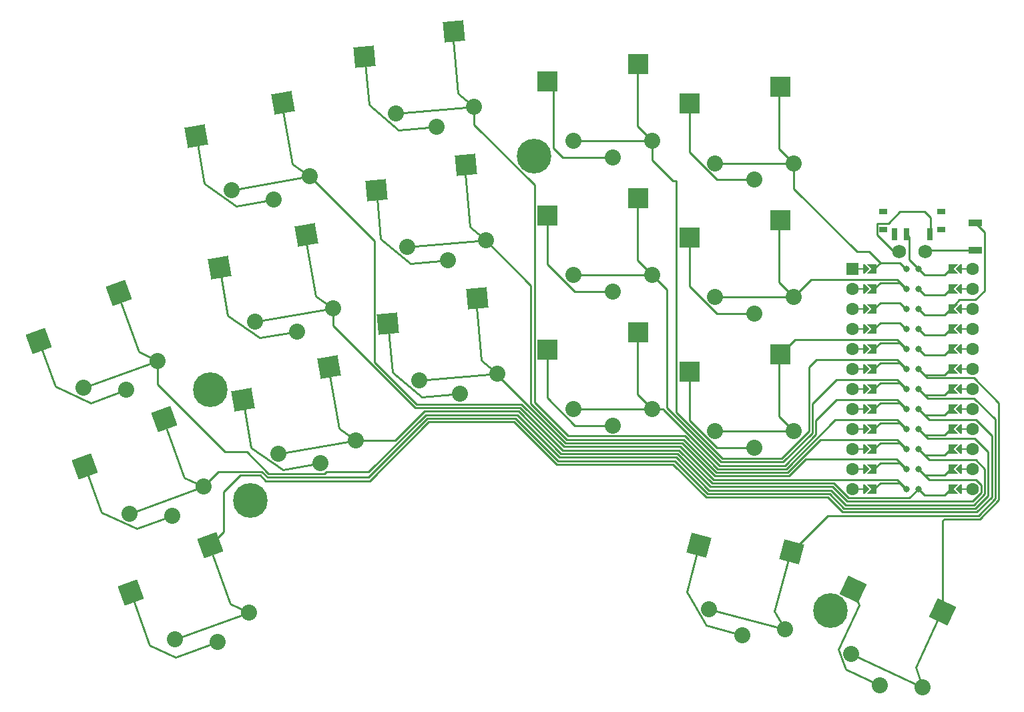
<source format=gbr>
%TF.GenerationSoftware,KiCad,Pcbnew,7.0.2-0*%
%TF.CreationDate,2023-07-16T18:15:17+02:00*%
%TF.ProjectId,lambbt_finished,6c616d62-6274-45f6-9669-6e6973686564,v1.0.0*%
%TF.SameCoordinates,Original*%
%TF.FileFunction,Copper,L1,Top*%
%TF.FilePolarity,Positive*%
%FSLAX46Y46*%
G04 Gerber Fmt 4.6, Leading zero omitted, Abs format (unit mm)*
G04 Created by KiCad (PCBNEW 7.0.2-0) date 2023-07-16 18:15:17*
%MOMM*%
%LPD*%
G01*
G04 APERTURE LIST*
G04 Aperture macros list*
%AMRotRect*
0 Rectangle, with rotation*
0 The origin of the aperture is its center*
0 $1 length*
0 $2 width*
0 $3 Rotation angle, in degrees counterclockwise*
0 Add horizontal line*
21,1,$1,$2,0,0,$3*%
%AMFreePoly0*
4,1,5,0.125000,-0.500000,-0.125000,-0.500000,-0.125000,0.500000,0.125000,0.500000,0.125000,-0.500000,0.125000,-0.500000,$1*%
%AMFreePoly1*
4,1,6,0.600000,0.200000,0.000000,-0.400000,-0.600000,0.200000,-0.600000,0.400000,0.600000,0.400000,0.600000,0.200000,0.600000,0.200000,$1*%
%AMFreePoly2*
4,1,6,0.600000,-0.250000,-0.600000,-0.250000,-0.600000,1.000000,0.000000,0.400000,0.600000,1.000000,0.600000,-0.250000,0.600000,-0.250000,$1*%
G04 Aperture macros list end*
%TA.AperFunction,ComponentPad*%
%ADD10C,1.752600*%
%TD*%
%TA.AperFunction,SMDPad,CuDef*%
%ADD11RotRect,2.600000X2.600000X10.000000*%
%TD*%
%TA.AperFunction,ComponentPad*%
%ADD12C,2.032000*%
%TD*%
%TA.AperFunction,SMDPad,CuDef*%
%ADD13RotRect,2.600000X2.600000X5.000000*%
%TD*%
%TA.AperFunction,SMDPad,CuDef*%
%ADD14R,2.600000X2.600000*%
%TD*%
%TA.AperFunction,ComponentPad*%
%ADD15C,0.700000*%
%TD*%
%TA.AperFunction,ComponentPad*%
%ADD16C,4.400000*%
%TD*%
%TA.AperFunction,SMDPad,CuDef*%
%ADD17RotRect,2.600000X2.600000X20.000000*%
%TD*%
%TA.AperFunction,ComponentPad*%
%ADD18C,1.600000*%
%TD*%
%TA.AperFunction,SMDPad,CuDef*%
%ADD19FreePoly0,270.000000*%
%TD*%
%TA.AperFunction,SMDPad,CuDef*%
%ADD20FreePoly1,270.000000*%
%TD*%
%TA.AperFunction,SMDPad,CuDef*%
%ADD21FreePoly1,90.000000*%
%TD*%
%TA.AperFunction,SMDPad,CuDef*%
%ADD22FreePoly0,90.000000*%
%TD*%
%TA.AperFunction,ComponentPad*%
%ADD23R,1.600000X1.600000*%
%TD*%
%TA.AperFunction,SMDPad,CuDef*%
%ADD24FreePoly2,270.000000*%
%TD*%
%TA.AperFunction,SMDPad,CuDef*%
%ADD25FreePoly2,90.000000*%
%TD*%
%TA.AperFunction,SMDPad,CuDef*%
%ADD26RotRect,2.600000X2.600000X335.000000*%
%TD*%
%TA.AperFunction,SMDPad,CuDef*%
%ADD27RotRect,2.600000X2.600000X345.000000*%
%TD*%
%TA.AperFunction,SMDPad,CuDef*%
%ADD28R,1.700000X0.900000*%
%TD*%
%TA.AperFunction,SMDPad,CuDef*%
%ADD29R,1.000000X0.800000*%
%TD*%
%TA.AperFunction,SMDPad,CuDef*%
%ADD30R,0.700000X1.500000*%
%TD*%
%TA.AperFunction,ViaPad*%
%ADD31C,0.800000*%
%TD*%
%TA.AperFunction,Conductor*%
%ADD32C,0.250000*%
%TD*%
G04 APERTURE END LIST*
D10*
%TO.P,,1*%
%TO.N,pos*%
X240661329Y-109213818D03*
%TO.P,,2*%
%TO.N,GND*%
X243901329Y-109213818D03*
%TD*%
D11*
%TO.P,S6,1*%
%TO.N,P9*%
X162449389Y-90356926D03*
%TO.P,S6,2*%
%TO.N,GND*%
X151456885Y-94529140D03*
%TD*%
D12*
%TO.P,S30,1*%
%TO.N,P2*%
X227281329Y-132013815D03*
X217281329Y-132013815D03*
%TO.P,S30,2*%
%TO.N,GND*%
X222281329Y-134113815D03*
X222281329Y-134113815D03*
%TD*%
%TO.P,S20,1*%
%TO.N,P14*%
X146568397Y-123077969D03*
X137171470Y-126498171D03*
%TO.P,S20,2*%
%TO.N,GND*%
X142588176Y-126761424D03*
X142588176Y-126761424D03*
%TD*%
D13*
%TO.P,S9,1*%
%TO.N,P6*%
X184154962Y-81285457D03*
%TO.P,S9,2*%
%TO.N,GND*%
X172840656Y-84483735D03*
%TD*%
%TO.P,S7,1*%
%TO.N,P8*%
X187118255Y-115156080D03*
%TO.P,S7,2*%
%TO.N,GND*%
X175803949Y-118354358D03*
%TD*%
D14*
%TO.P,S10,1*%
%TO.N,P5*%
X207556329Y-119430484D03*
%TO.P,S10,2*%
%TO.N,GND*%
X196006329Y-121630484D03*
%TD*%
D12*
%TO.P,S29,1*%
%TO.N,P3*%
X209281331Y-95180481D03*
X199281331Y-95180481D03*
%TO.P,S29,2*%
%TO.N,GND*%
X204281331Y-97280481D03*
X204281331Y-97280481D03*
%TD*%
D15*
%TO.P,_5,1*%
%TO.N,N/C*%
X156796183Y-141383842D03*
X156851268Y-140122189D03*
X157649356Y-142314917D03*
X157782343Y-139269016D03*
D16*
X158346676Y-140819509D03*
D15*
X158911009Y-142370002D03*
X159043996Y-139324101D03*
X159842084Y-141516829D03*
X159897169Y-140255176D03*
%TD*%
D14*
%TO.P,S15,1*%
%TO.N,P1*%
X225556330Y-88263820D03*
%TO.P,S15,2*%
%TO.N,GND*%
X214006330Y-90463820D03*
%TD*%
D17*
%TO.P,S1,1*%
%TO.N,P18*%
X153241416Y-146455502D03*
%TO.P,S1,2*%
%TO.N,GND*%
X143140411Y-152473158D03*
%TD*%
D18*
%TO.P,MCU1,*%
%TO.N,*%
X249901329Y-111393816D03*
D19*
X248631329Y-111393816D03*
D20*
X248123329Y-111393816D03*
D21*
X236439329Y-111393816D03*
D22*
X235931329Y-111393816D03*
D18*
X234661329Y-111393816D03*
D23*
X234661329Y-111393816D03*
D18*
X249901329Y-113933816D03*
D19*
X248631329Y-113933816D03*
D20*
X248123329Y-113933816D03*
D21*
X236439329Y-113933816D03*
D22*
X235931329Y-113933816D03*
D18*
X234661329Y-113933816D03*
X249901329Y-116473816D03*
D19*
X248631329Y-116473816D03*
D20*
X248123329Y-116473816D03*
D21*
X236439329Y-116473816D03*
D22*
X235931329Y-116473816D03*
D18*
X234661329Y-116473816D03*
X249901329Y-119013816D03*
D19*
X248631329Y-119013816D03*
D20*
X248123329Y-119013816D03*
D21*
X236439329Y-119013816D03*
D22*
X235931329Y-119013816D03*
D18*
X234661329Y-119013816D03*
X249901329Y-121553816D03*
D19*
X248631329Y-121553816D03*
D20*
X248123329Y-121553816D03*
D21*
X236439329Y-121553816D03*
D22*
X235931329Y-121553816D03*
D18*
X234661329Y-121553816D03*
X249901329Y-124093816D03*
D19*
X248631329Y-124093816D03*
D20*
X248123329Y-124093816D03*
D21*
X236439329Y-124093816D03*
D22*
X235931329Y-124093816D03*
D18*
X234661329Y-124093816D03*
X249901329Y-126633816D03*
D19*
X248631329Y-126633816D03*
D20*
X248123329Y-126633816D03*
D21*
X236439329Y-126633816D03*
D22*
X235931329Y-126633816D03*
D18*
X234661329Y-126633816D03*
X249901329Y-129173816D03*
D19*
X248631329Y-129173816D03*
D20*
X248123329Y-129173816D03*
D21*
X236439329Y-129173816D03*
D22*
X235931329Y-129173816D03*
D18*
X234661329Y-129173816D03*
X249901329Y-131713816D03*
D19*
X248631329Y-131713816D03*
D20*
X248123329Y-131713816D03*
D21*
X236439329Y-131713816D03*
D22*
X235931329Y-131713816D03*
D18*
X234661329Y-131713816D03*
X249901329Y-134253816D03*
D19*
X248631329Y-134253816D03*
D20*
X248123329Y-134253816D03*
D21*
X236439329Y-134253816D03*
D22*
X235931329Y-134253816D03*
D18*
X234661329Y-134253816D03*
X249901329Y-136793816D03*
D19*
X248631329Y-136793816D03*
D20*
X248123329Y-136793816D03*
D21*
X236439329Y-136793816D03*
D22*
X235931329Y-136793816D03*
D18*
X234661329Y-136793816D03*
X249901329Y-139333816D03*
D19*
X248631329Y-139333816D03*
D20*
X248123329Y-139333816D03*
D21*
X236439329Y-139333816D03*
D22*
X235931329Y-139333816D03*
D18*
X234661329Y-139333816D03*
D24*
%TO.P,MCU1,1*%
%TO.N,RAW*%
X247107329Y-111393816D03*
%TO.P,MCU1,2*%
%TO.N,GND*%
X247107329Y-113933816D03*
%TO.P,MCU1,3*%
%TO.N,RST*%
X247107329Y-116473816D03*
%TO.P,MCU1,4*%
%TO.N,VCC*%
X247107329Y-119013816D03*
%TO.P,MCU1,5*%
%TO.N,P21*%
X247107329Y-121553816D03*
%TO.P,MCU1,6*%
%TO.N,P20*%
X247107329Y-124093816D03*
%TO.P,MCU1,7*%
%TO.N,P19*%
X247107329Y-126633816D03*
%TO.P,MCU1,8*%
%TO.N,P18*%
X247107329Y-129173816D03*
%TO.P,MCU1,9*%
%TO.N,P15*%
X247107329Y-131713816D03*
%TO.P,MCU1,10*%
%TO.N,P14*%
X247107329Y-134253816D03*
%TO.P,MCU1,11*%
%TO.N,P16*%
X247107329Y-136793816D03*
%TO.P,MCU1,12*%
%TO.N,P10*%
X247107329Y-139333816D03*
D25*
%TO.P,MCU1,13*%
%TO.N,P9*%
X237455329Y-139333816D03*
%TO.P,MCU1,14*%
%TO.N,P8*%
X237455329Y-136793816D03*
%TO.P,MCU1,15*%
%TO.N,P7*%
X237455329Y-134253816D03*
%TO.P,MCU1,16*%
%TO.N,P6*%
X237455329Y-131713816D03*
%TO.P,MCU1,17*%
%TO.N,P5*%
X237455329Y-129173816D03*
%TO.P,MCU1,18*%
%TO.N,P4*%
X237455329Y-126633816D03*
%TO.P,MCU1,19*%
%TO.N,P3*%
X237455329Y-124093816D03*
%TO.P,MCU1,20*%
%TO.N,P2*%
X237455329Y-121553816D03*
%TO.P,MCU1,21*%
%TO.N,GND*%
X237455329Y-119013816D03*
%TO.P,MCU1,22*%
X237455329Y-116473816D03*
%TO.P,MCU1,23*%
%TO.N,P0*%
X237455329Y-113933816D03*
%TO.P,MCU1,24*%
%TO.N,P1*%
X237455329Y-111393816D03*
%TD*%
D14*
%TO.P,S14,1*%
%TO.N,P0*%
X225556329Y-105263815D03*
%TO.P,S14,2*%
%TO.N,GND*%
X214006329Y-107463815D03*
%TD*%
D15*
%TO.P,_7,1*%
%TO.N,N/C*%
X230346806Y-154374956D03*
X231115584Y-153373065D03*
X230511642Y-155627007D03*
X232367635Y-153208229D03*
D16*
X231940584Y-154802007D03*
D15*
X231513533Y-156395785D03*
X233369526Y-153977007D03*
X232765584Y-156230949D03*
X233534362Y-155229058D03*
%TD*%
D12*
%TO.P,S18,1*%
%TO.N,P18*%
X158197083Y-155027520D03*
X148800156Y-158447722D03*
%TO.P,S18,2*%
%TO.N,GND*%
X154216862Y-158710975D03*
X154216862Y-158710975D03*
%TD*%
D15*
%TO.P,_6,1*%
%TO.N,N/C*%
X192631331Y-97080482D03*
X193114605Y-95913756D03*
X193114605Y-98247208D03*
X194281331Y-95430482D03*
D16*
X194281331Y-97080482D03*
D15*
X194281331Y-98730482D03*
X195448057Y-95913756D03*
X195448057Y-98247208D03*
X195931331Y-97080482D03*
%TD*%
D26*
%TO.P,S17,1*%
%TO.N,P20*%
X246170261Y-154904664D03*
%TO.P,S17,2*%
%TO.N,GND*%
X234772646Y-152017301D03*
%TD*%
D12*
%TO.P,S33,1*%
%TO.N,P19*%
X226127448Y-157178427D03*
X216468189Y-154590237D03*
%TO.P,S33,2*%
%TO.N,GND*%
X220754299Y-157912776D03*
X220754299Y-157912776D03*
%TD*%
D27*
%TO.P,S16,1*%
%TO.N,P19*%
X226984711Y-147314188D03*
%TO.P,S16,2*%
%TO.N,GND*%
X215258866Y-146449865D03*
%TD*%
D12*
%TO.P,S27,1*%
%TO.N,P5*%
X209281329Y-129180484D03*
X199281329Y-129180484D03*
%TO.P,S27,2*%
%TO.N,GND*%
X204281329Y-131280484D03*
X204281329Y-131280484D03*
%TD*%
D11*
%TO.P,S5,1*%
%TO.N,P10*%
X165401409Y-107098657D03*
%TO.P,S5,2*%
%TO.N,GND*%
X154408905Y-111270871D03*
%TD*%
D14*
%TO.P,S13,1*%
%TO.N,P2*%
X225556329Y-122263815D03*
%TO.P,S13,2*%
%TO.N,GND*%
X214006329Y-124463815D03*
%TD*%
D17*
%TO.P,S2,1*%
%TO.N,P15*%
X147427073Y-130480726D03*
%TO.P,S2,2*%
%TO.N,GND*%
X137326068Y-136498382D03*
%TD*%
D11*
%TO.P,S4,1*%
%TO.N,P16*%
X168353426Y-123840390D03*
%TO.P,S4,2*%
%TO.N,GND*%
X157360922Y-128012604D03*
%TD*%
D12*
%TO.P,S24,1*%
%TO.N,P8*%
X189686459Y-124718635D03*
X179724512Y-125590193D03*
%TO.P,S24,2*%
%TO.N,GND*%
X184888513Y-127246423D03*
X184888513Y-127246423D03*
%TD*%
%TO.P,S23,1*%
%TO.N,P9*%
X165841252Y-99659259D03*
X155993174Y-101395740D03*
%TO.P,S23,2*%
%TO.N,GND*%
X161281874Y-102595596D03*
X161281874Y-102595596D03*
%TD*%
%TO.P,S34,1*%
%TO.N,P20*%
X243613114Y-164470182D03*
X234550036Y-160243999D03*
%TO.P,S34,2*%
%TO.N,GND*%
X238194076Y-164260337D03*
X238194076Y-164260337D03*
%TD*%
D28*
%TO.P,,1*%
%TO.N,RST*%
X250281330Y-105613817D03*
%TO.P,,2*%
%TO.N,GND*%
X250281330Y-109013817D03*
%TD*%
D12*
%TO.P,S21,1*%
%TO.N,P16*%
X171745289Y-133142723D03*
X161897211Y-134879204D03*
%TO.P,S21,2*%
%TO.N,GND*%
X167185911Y-136079060D03*
X167185911Y-136079060D03*
%TD*%
D15*
%TO.P,_4,1*%
%TO.N,N/C*%
X151665882Y-127288452D03*
X151720967Y-126026799D03*
X152519055Y-128219527D03*
X152652042Y-125173626D03*
D16*
X153216375Y-126724119D03*
D15*
X153780708Y-128274612D03*
X153913695Y-125228711D03*
X154711783Y-127421439D03*
X154766868Y-126159786D03*
%TD*%
D12*
%TO.P,S31,1*%
%TO.N,P0*%
X227281329Y-115013815D03*
X217281329Y-115013815D03*
%TO.P,S31,2*%
%TO.N,GND*%
X222281329Y-117113815D03*
X222281329Y-117113815D03*
%TD*%
%TO.P,S26,1*%
%TO.N,P6*%
X186723166Y-90848012D03*
X176761219Y-91719570D03*
%TO.P,S26,2*%
%TO.N,GND*%
X181925220Y-93375800D03*
X181925220Y-93375800D03*
%TD*%
%TO.P,S22,1*%
%TO.N,P10*%
X168793272Y-116400990D03*
X158945194Y-118137471D03*
%TO.P,S22,2*%
%TO.N,GND*%
X164233894Y-119337327D03*
X164233894Y-119337327D03*
%TD*%
D14*
%TO.P,S12,1*%
%TO.N,P3*%
X207556331Y-85430481D03*
%TO.P,S12,2*%
%TO.N,GND*%
X196006331Y-87630481D03*
%TD*%
D12*
%TO.P,S25,1*%
%TO.N,P7*%
X188204813Y-107783325D03*
X178242866Y-108654883D03*
%TO.P,S25,2*%
%TO.N,GND*%
X183406867Y-110311113D03*
X183406867Y-110311113D03*
%TD*%
D13*
%TO.P,S8,1*%
%TO.N,P7*%
X185636609Y-98220770D03*
%TO.P,S8,2*%
%TO.N,GND*%
X174322303Y-101419048D03*
%TD*%
D12*
%TO.P,S28,1*%
%TO.N,P4*%
X209281328Y-112180481D03*
X199281328Y-112180481D03*
%TO.P,S28,2*%
%TO.N,GND*%
X204281328Y-114280481D03*
X204281328Y-114280481D03*
%TD*%
%TO.P,S32,1*%
%TO.N,P1*%
X227281330Y-98013820D03*
X217281330Y-98013820D03*
%TO.P,S32,2*%
%TO.N,GND*%
X222281330Y-100113820D03*
X222281330Y-100113820D03*
%TD*%
%TO.P,S19,1*%
%TO.N,P15*%
X152382740Y-139052744D03*
X142985813Y-142472946D03*
%TO.P,S19,2*%
%TO.N,GND*%
X148402519Y-142736199D03*
X148402519Y-142736199D03*
%TD*%
D14*
%TO.P,S11,1*%
%TO.N,P4*%
X207556328Y-102430481D03*
%TO.P,S11,2*%
%TO.N,GND*%
X196006328Y-104630481D03*
%TD*%
D17*
%TO.P,S3,1*%
%TO.N,P14*%
X141612730Y-114505951D03*
%TO.P,S3,2*%
%TO.N,GND*%
X131511725Y-120523607D03*
%TD*%
D29*
%TO.P,,*%
%TO.N,*%
X245931331Y-106383818D03*
X245931331Y-104173818D03*
X238631331Y-106383818D03*
X238631331Y-104173818D03*
D30*
%TO.P,,1*%
%TO.N,pos*%
X244531331Y-107033818D03*
%TO.P,,2*%
%TO.N,RAW*%
X241531331Y-107033818D03*
%TO.P,,3*%
%TO.N,N/C*%
X240031331Y-107033818D03*
%TD*%
D31*
%TO.N,P18*%
X243043330Y-129173816D03*
%TO.N,GND*%
X243043329Y-113933815D03*
X241519330Y-119013813D03*
X241519330Y-116473817D03*
%TO.N,P15*%
X243043328Y-131713817D03*
%TO.N,P14*%
X243043329Y-134253815D03*
%TO.N,P16*%
X243043329Y-136793816D03*
%TO.N,P10*%
X243043328Y-139333816D03*
%TO.N,P9*%
X241519330Y-139333814D03*
%TO.N,P8*%
X241519327Y-136793817D03*
%TO.N,P7*%
X241519330Y-134253814D03*
%TO.N,P6*%
X241519331Y-131713815D03*
%TO.N,P5*%
X241519328Y-129173815D03*
%TO.N,P4*%
X241519329Y-126633817D03*
%TO.N,P3*%
X241519331Y-124093812D03*
%TO.N,P2*%
X241519330Y-121553817D03*
%TO.N,P0*%
X241519329Y-113933815D03*
%TO.N,P1*%
X241519327Y-111393818D03*
%TO.N,P19*%
X243043329Y-126633815D03*
%TO.N,P20*%
X243043330Y-124093817D03*
%TO.N,RAW*%
X243043330Y-111393813D03*
%TO.N,RST*%
X243043330Y-116473814D03*
%TO.N,VCC*%
X243043331Y-119013814D03*
%TO.N,P21*%
X243043326Y-121553814D03*
%TD*%
D32*
%TO.N,P0*%
X240747427Y-113180039D02*
X238215427Y-113180038D01*
%TO.N,P18*%
X191786255Y-130837423D02*
X197170316Y-136221484D01*
X243809329Y-129939813D02*
X246341329Y-129939816D01*
X160308828Y-138320060D02*
X173469128Y-138320060D01*
X216139115Y-140404815D02*
X231595753Y-140404815D01*
X159598768Y-137610000D02*
X160308828Y-138320060D01*
X197170316Y-136221484D02*
X211955784Y-136221484D01*
X155793872Y-153906885D02*
X158197083Y-155027521D01*
X153241416Y-146455502D02*
X154940000Y-144756918D01*
X233449754Y-142258816D02*
X250476508Y-142258816D01*
X173469128Y-138320060D02*
X180951765Y-130837423D01*
X250367320Y-130588816D02*
X244458332Y-130588816D01*
X243043330Y-129173816D02*
X243809329Y-129939813D01*
X153151766Y-146647759D02*
X155793872Y-153906885D01*
X153241416Y-146455502D02*
X153151766Y-146647759D01*
X158197083Y-155027521D02*
X148800157Y-158447722D01*
X244458332Y-130588816D02*
X243043330Y-129173816D01*
X250476508Y-142258816D02*
X252376329Y-140358995D01*
X211955784Y-136221484D02*
X216139115Y-140404815D01*
X252376329Y-132597825D02*
X250367320Y-130588816D01*
X157030000Y-137610000D02*
X159598768Y-137610000D01*
X246341329Y-129939816D02*
X247107329Y-129173815D01*
X252376329Y-140358995D02*
X252376329Y-132597825D01*
X180951765Y-130837423D02*
X191786255Y-130837423D01*
X154940000Y-144756918D02*
X154940000Y-139700000D01*
X231595753Y-140404815D02*
X233449754Y-142258816D01*
X154940000Y-139700000D02*
X157030000Y-137610000D01*
%TO.N,GND*%
X138080978Y-128401911D02*
X142588177Y-126761424D01*
X157360925Y-128012603D02*
X158432586Y-134090306D01*
X151456884Y-94529140D02*
X152528548Y-100606843D01*
X235521930Y-154075942D02*
X232913758Y-159669183D01*
X213661574Y-152411039D02*
X216121273Y-156671363D01*
X145576199Y-159165431D02*
X148816667Y-160676486D01*
X233847006Y-162233267D02*
X238194075Y-164260337D01*
X241513429Y-119026036D02*
X240747427Y-118260037D01*
X199484868Y-131280483D02*
X204281330Y-131280484D01*
X217484868Y-134113816D02*
X222281330Y-134113815D01*
X173378534Y-90631712D02*
X177147011Y-93793839D01*
X154408905Y-111270872D02*
X155480569Y-117348574D01*
X172840655Y-84483736D02*
X173378534Y-90631712D01*
X196006329Y-121630484D02*
X196006330Y-127801945D01*
X240747427Y-118260037D02*
X238215430Y-118260038D01*
X214006329Y-90463820D02*
X214006332Y-96635279D01*
X162462322Y-136911957D02*
X167185914Y-136079060D01*
X197974348Y-97280483D02*
X204281330Y-97280481D01*
X215258868Y-146449864D02*
X213661574Y-152411039D01*
X131511726Y-120523608D02*
X133622489Y-126322884D01*
X238215428Y-115720035D02*
X237449427Y-116486039D01*
X243809331Y-114699815D02*
X246341331Y-114699812D01*
X148816667Y-160676486D02*
X154216862Y-158710975D01*
X241513429Y-116486037D02*
X240747428Y-115720037D01*
X196806329Y-88430480D02*
X196806331Y-96112463D01*
X217484870Y-100113818D02*
X222281332Y-100113818D01*
X174860180Y-107567025D02*
X178628656Y-110729151D01*
X158432586Y-134090306D02*
X162462322Y-136911957D01*
X178628656Y-110729151D02*
X183406866Y-110311112D01*
X143140411Y-152473158D02*
X145576199Y-159165431D01*
X156558282Y-103428494D02*
X161281874Y-102595596D01*
X243043329Y-113933815D02*
X243809331Y-114699815D01*
X152528548Y-100606843D02*
X156558282Y-103428494D01*
X196006327Y-104630482D02*
X196006329Y-110801941D01*
X176341827Y-124502333D02*
X180110303Y-127664461D01*
X234772647Y-152017303D02*
X235521930Y-154075942D01*
X217484869Y-117113816D02*
X222281328Y-117113816D01*
X175803948Y-118354356D02*
X176341827Y-124502333D01*
X143895318Y-144376686D02*
X148402517Y-142736201D01*
X240747428Y-115720037D02*
X238215428Y-115720035D01*
X196006330Y-127801945D02*
X199484868Y-131280483D01*
X139436832Y-142297658D02*
X143895318Y-144376686D01*
X244101330Y-109013817D02*
X243901329Y-109213818D01*
X214006332Y-96635279D02*
X217484870Y-100113818D01*
X214006329Y-113635279D02*
X217484869Y-117113816D01*
X159510302Y-120170224D02*
X164233894Y-119337327D01*
X196806331Y-96112463D02*
X197974348Y-97280483D01*
X246341331Y-114699812D02*
X247107330Y-113933815D01*
X214006327Y-124463814D02*
X214006331Y-130635276D01*
X133622489Y-126322884D02*
X138080978Y-128401911D01*
X250281330Y-109013817D02*
X244101330Y-109013817D01*
X214006329Y-107463816D02*
X214006329Y-113635279D01*
X174322301Y-101419048D02*
X174860180Y-107567025D01*
X196006330Y-87630480D02*
X196806329Y-88430480D01*
X155480569Y-117348574D02*
X159510302Y-120170224D01*
X199484867Y-114280480D02*
X204281329Y-114280481D01*
X216121273Y-156671363D02*
X220754299Y-157912778D01*
X214006331Y-130635276D02*
X217484868Y-134113816D01*
X196006329Y-110801941D02*
X199484867Y-114280480D01*
X238215430Y-118260038D02*
X237449429Y-119026036D01*
X232913758Y-159669183D02*
X233847006Y-162233267D01*
X177147011Y-93793839D02*
X181925220Y-93375799D01*
X137326066Y-136498382D02*
X139436832Y-142297658D01*
X180110303Y-127664461D02*
X184888512Y-127246421D01*
%TO.N,P15*%
X243043328Y-131713817D02*
X243809331Y-132479816D01*
X149979527Y-137932109D02*
X152382738Y-139052744D01*
X233636150Y-141808816D02*
X250290112Y-141808816D01*
X231782149Y-139954815D02*
X233636150Y-141808816D01*
X251926329Y-134620000D02*
X251858504Y-134620000D01*
X250188236Y-132949732D02*
X244279243Y-132949732D01*
X152382738Y-139052744D02*
X142985813Y-142472945D01*
X244279243Y-132949732D02*
X243043328Y-131713817D01*
X251926329Y-140172599D02*
X251926329Y-134620000D01*
X191972651Y-130387423D02*
X197356712Y-135771484D01*
X246341327Y-132479817D02*
X247107329Y-131713815D01*
X173282732Y-137870060D02*
X180765369Y-130387423D01*
X154275484Y-137160000D02*
X159785164Y-137160000D01*
X147337422Y-130672983D02*
X149979527Y-137932109D01*
X197356712Y-135771484D02*
X212142180Y-135771484D01*
X243809331Y-132479816D02*
X246341327Y-132479817D01*
X159785164Y-137160000D02*
X160495224Y-137870060D01*
X251858504Y-134620000D02*
X250188236Y-132949732D01*
X160495224Y-137870060D02*
X173282732Y-137870060D01*
X180765369Y-130387423D02*
X191972651Y-130387423D01*
X212142180Y-135771484D02*
X216325511Y-139954815D01*
X250290112Y-141808816D02*
X251926329Y-140172599D01*
X152382740Y-139052744D02*
X154275484Y-137160000D01*
X216325511Y-139954815D02*
X231782149Y-139954815D01*
X147427073Y-130480726D02*
X147337422Y-130672983D01*
%TO.N,P14*%
X166597877Y-137387487D02*
X166630450Y-137420060D01*
X167741372Y-137420060D02*
X168001432Y-137160000D01*
X146568397Y-126074324D02*
X155114073Y-134620000D01*
X192159047Y-129937423D02*
X197543108Y-135321484D01*
X180578973Y-129937423D02*
X192159047Y-129937423D01*
X168001432Y-137160000D02*
X173356396Y-137160000D01*
X231968545Y-139504815D02*
X233822546Y-141358816D01*
X173356396Y-137160000D02*
X180578973Y-129937423D01*
X244458330Y-135668816D02*
X243043329Y-134253815D01*
X141612731Y-114505951D02*
X141523080Y-114698208D01*
X197543108Y-135321484D02*
X212328576Y-135321484D01*
X251476329Y-139986203D02*
X251476329Y-136777825D01*
X233822546Y-141358816D02*
X250103716Y-141358816D01*
X246341331Y-135019815D02*
X247107329Y-134253813D01*
X250103716Y-141358816D02*
X251476329Y-139986203D01*
X144165186Y-121957334D02*
X146568397Y-123077970D01*
X155114073Y-134620000D02*
X157881560Y-134620000D01*
X157881560Y-134620000D02*
X160649047Y-137387487D01*
X243809331Y-135019815D02*
X246341331Y-135019815D01*
X251476329Y-136777825D02*
X250367320Y-135668816D01*
X212328576Y-135321484D02*
X216511907Y-139504815D01*
X243043329Y-134253815D02*
X243809331Y-135019815D01*
X146568397Y-123077970D02*
X137171470Y-126498171D01*
X146568397Y-123077969D02*
X146568397Y-126074324D01*
X160649047Y-137387487D02*
X166597877Y-137387487D01*
X141523080Y-114698208D02*
X144165186Y-121957334D01*
X250367320Y-135668816D02*
X244458330Y-135668816D01*
X166630450Y-137420060D02*
X167741372Y-137420060D01*
X216511907Y-139504815D02*
X231968545Y-139504815D01*
%TO.N,P16*%
X169573186Y-131621798D02*
X171745291Y-133142723D01*
X234008942Y-140908816D02*
X249917320Y-140908816D01*
X171745291Y-133142723D02*
X161897213Y-134879205D01*
X180392577Y-129487423D02*
X192345443Y-129487423D01*
X249917320Y-140908816D02*
X251026329Y-139799807D01*
X197729504Y-134871484D02*
X212514972Y-134871484D01*
X251026329Y-139799807D02*
X251026329Y-138867825D01*
X168231753Y-124014158D02*
X169573186Y-131621798D01*
X176737277Y-133142723D02*
X180392577Y-129487423D01*
X168353428Y-123840389D02*
X168231753Y-124014158D01*
X243809333Y-137559812D02*
X246341330Y-137559814D01*
X244458329Y-138208816D02*
X243043329Y-136793816D01*
X232154941Y-139054815D02*
X234008942Y-140908816D01*
X216698303Y-139054815D02*
X232154941Y-139054815D01*
X192345443Y-129487423D02*
X197729504Y-134871484D01*
X243043329Y-136793816D02*
X243809333Y-137559812D01*
X171745289Y-133142723D02*
X176737277Y-133142723D01*
X250367320Y-138208816D02*
X244458329Y-138208816D01*
X246341330Y-137559814D02*
X247107331Y-136793816D01*
X251026329Y-138867825D02*
X250367320Y-138208816D01*
X212514972Y-134871484D02*
X216698303Y-139054815D01*
%TO.N,P10*%
X168793272Y-118629668D02*
X179201027Y-129037423D01*
X166621168Y-114880065D02*
X168793273Y-116400989D01*
X197915900Y-134421484D02*
X212701368Y-134421484D01*
X234195338Y-140458816D02*
X241918328Y-140458816D01*
X165401411Y-107098657D02*
X165279736Y-107272426D01*
X216884699Y-138604815D02*
X232341337Y-138604815D01*
X168793272Y-116400990D02*
X168793272Y-118629668D01*
X179201027Y-129037423D02*
X192531839Y-129037423D01*
X212701368Y-134421484D02*
X216884699Y-138604815D01*
X241918328Y-140458816D02*
X243043328Y-139333816D01*
X243043328Y-139333816D02*
X243809329Y-140099811D01*
X165279736Y-107272426D02*
X166621168Y-114880065D01*
X243809329Y-140099811D02*
X246341332Y-140099819D01*
X246341332Y-140099819D02*
X247107331Y-139333814D01*
X232341337Y-138604815D02*
X234195338Y-140458816D01*
X168793273Y-116400989D02*
X158945195Y-118137472D01*
X192531839Y-129037423D02*
X197915900Y-134421484D01*
%TO.N,P9*%
X163669146Y-98138334D02*
X165841251Y-99659259D01*
X174070593Y-123270593D02*
X179387423Y-128587423D01*
X217071095Y-138154815D02*
X240340331Y-138154815D01*
X198102296Y-133971484D02*
X212887764Y-133971484D01*
X174070593Y-107888600D02*
X174070593Y-123270593D01*
X162449388Y-90356927D02*
X162327714Y-90530694D01*
X240747429Y-138580033D02*
X238215428Y-138580035D01*
X165841251Y-99659259D02*
X155993173Y-101395742D01*
X212887764Y-133971484D02*
X217071095Y-138154815D01*
X192718235Y-128587423D02*
X198102296Y-133971484D01*
X162327714Y-90530694D02*
X163669146Y-98138334D01*
X165841252Y-99659259D02*
X174070593Y-107888600D01*
X241513427Y-139346038D02*
X240747429Y-138580033D01*
X179387423Y-128587423D02*
X192718235Y-128587423D01*
X240340331Y-138154815D02*
X241519330Y-139333814D01*
X238215428Y-138580035D02*
X237449427Y-139346038D01*
%TO.N,P8*%
X189686459Y-124718635D02*
X189686459Y-124919251D01*
X238215428Y-136040037D02*
X237449428Y-136806034D01*
X228782188Y-135591397D02*
X240316907Y-135591397D01*
X213074160Y-133521484D02*
X217257491Y-137704815D01*
X186981899Y-115318582D02*
X187655177Y-123014186D01*
X240316907Y-135591397D02*
X241519327Y-136793817D01*
X187118255Y-115156080D02*
X186981899Y-115318582D01*
X189686459Y-124718634D02*
X179724512Y-125590192D01*
X189686459Y-124919251D02*
X198288692Y-133521484D01*
X241513428Y-136806037D02*
X240747429Y-136040038D01*
X226668770Y-137704815D02*
X228782188Y-135591397D01*
X217257491Y-137704815D02*
X226668770Y-137704815D01*
X240747429Y-136040038D02*
X238215428Y-136040037D01*
X187655177Y-123014186D02*
X189686459Y-124718634D01*
X198288692Y-133521484D02*
X213074160Y-133521484D01*
%TO.N,P7*%
X185500253Y-98383273D02*
X186173530Y-106078877D01*
X188204812Y-107783325D02*
X178242864Y-108654883D01*
X240384265Y-133118749D02*
X241519330Y-134253814D01*
X240747429Y-133500037D02*
X238215428Y-133500036D01*
X213260556Y-133071484D02*
X217443887Y-137254815D01*
X186173530Y-106078877D02*
X188204812Y-107783325D01*
X185636607Y-98220771D02*
X185500253Y-98383273D01*
X193931329Y-113509841D02*
X193931329Y-128527725D01*
X217443887Y-137254815D02*
X226482374Y-137254815D01*
X226482374Y-137254815D02*
X230618440Y-133118749D01*
X198475088Y-133071484D02*
X213260556Y-133071484D01*
X241513429Y-134266034D02*
X240747429Y-133500037D01*
X193931329Y-128527725D02*
X198475088Y-133071484D01*
X238215428Y-133500036D02*
X237449428Y-134266036D01*
X188204813Y-107783325D02*
X193931329Y-113509841D01*
X230618440Y-133118749D02*
X240384265Y-133118749D01*
%TO.N,P6*%
X241513432Y-131726036D02*
X240747428Y-130960035D01*
X184154962Y-81285459D02*
X184018606Y-81447962D01*
X226295978Y-136804815D02*
X232511977Y-130588816D01*
X194381329Y-128341329D02*
X198661484Y-132621484D01*
X186723167Y-90848013D02*
X176761219Y-91719571D01*
X217630283Y-136804815D02*
X226295978Y-136804815D01*
X232511977Y-130588816D02*
X240394332Y-130588816D01*
X238215427Y-130960035D02*
X237449429Y-131726038D01*
X186723166Y-90848012D02*
X186723166Y-93093207D01*
X198661484Y-132621484D02*
X213446952Y-132621484D01*
X240747428Y-130960035D02*
X238215427Y-130960035D01*
X194381329Y-100751370D02*
X194381329Y-128341329D01*
X184691884Y-89143565D02*
X186723167Y-90848013D01*
X184018606Y-81447962D02*
X184691884Y-89143565D01*
X186723166Y-93093207D02*
X194381329Y-100751370D01*
X240394332Y-130588816D02*
X241519331Y-131713815D01*
X213446952Y-132621484D02*
X217630283Y-136804815D01*
%TO.N,P5*%
X210706329Y-129180484D02*
X210706329Y-129244465D01*
X210706329Y-129244465D02*
X217816679Y-136354815D01*
X238215429Y-128420039D02*
X237449427Y-129186035D01*
X232640768Y-128039232D02*
X240384745Y-128039232D01*
X207406330Y-119580483D02*
X207406329Y-127305483D01*
X240747426Y-128420039D02*
X238215429Y-128420039D01*
X209281329Y-129180484D02*
X210706329Y-129180484D01*
X207556329Y-119430484D02*
X207406330Y-119580483D01*
X226109582Y-136354815D02*
X230056329Y-132408068D01*
X240384745Y-128039232D02*
X241519328Y-129173815D01*
X230056329Y-130623671D02*
X232640768Y-128039232D01*
X207406329Y-127305483D02*
X209281329Y-129180483D01*
X209281329Y-129180483D02*
X199281329Y-129180483D01*
X230056329Y-132408068D02*
X230056329Y-130623671D01*
X217816679Y-136354815D02*
X226109582Y-136354815D01*
X241513430Y-129186036D02*
X240747426Y-128420039D01*
%TO.N,P4*%
X211156329Y-114055482D02*
X211156329Y-129058069D01*
X225923186Y-135904815D02*
X229606329Y-132221672D01*
X218003075Y-135904815D02*
X225923186Y-135904815D01*
X207406329Y-102580480D02*
X207406328Y-110305482D01*
X238215429Y-125880035D02*
X237449431Y-126646036D01*
X209281328Y-112180481D02*
X211156329Y-114055482D01*
X229606329Y-132221672D02*
X229606329Y-128533671D01*
X211156329Y-129058069D02*
X218003075Y-135904815D01*
X229606329Y-128533671D02*
X232631184Y-125508816D01*
X241513428Y-126646036D02*
X240747429Y-125880038D01*
X240747429Y-125880038D02*
X238215429Y-125880035D01*
X232631184Y-125508816D02*
X240394328Y-125508816D01*
X209281328Y-112180480D02*
X199281328Y-112180481D01*
X207406328Y-110305482D02*
X209281328Y-112180480D01*
X207556328Y-102430481D02*
X207406329Y-102580480D01*
X240394328Y-125508816D02*
X241519329Y-126633817D01*
%TO.N,P3*%
X238215431Y-123340036D02*
X237449426Y-124106037D01*
X211898246Y-100237821D02*
X212381329Y-100237821D01*
X209281331Y-95180481D02*
X209281331Y-97620906D01*
X229156329Y-123903671D02*
X230105745Y-122954255D01*
X209281331Y-95180482D02*
X199281331Y-95180480D01*
X207556331Y-85430481D02*
X207406330Y-85580481D01*
X207406331Y-93305480D02*
X209281331Y-95180482D01*
X240379774Y-122954255D02*
X241519331Y-124093812D01*
X209281331Y-97620906D02*
X211898246Y-100237821D01*
X212381329Y-100237821D02*
X212381329Y-129646673D01*
X241513430Y-124106037D02*
X240747429Y-123340036D01*
X229156329Y-132035276D02*
X229156329Y-123903671D01*
X212381329Y-129646673D02*
X218189471Y-135454815D01*
X230105745Y-122954255D02*
X240379774Y-122954255D01*
X225736790Y-135454815D02*
X229156329Y-132035276D01*
X240747429Y-123340036D02*
X238215431Y-123340036D01*
X207406330Y-85580481D02*
X207406331Y-93305480D01*
X218189471Y-135454815D02*
X225736790Y-135454815D01*
%TO.N,P2*%
X241513428Y-121566039D02*
X240747431Y-120800036D01*
X240394329Y-120428816D02*
X241519330Y-121553817D01*
X238215428Y-120800037D02*
X237449430Y-121566037D01*
X225556329Y-122263815D02*
X227391328Y-120428816D01*
X227391328Y-120428816D02*
X240394329Y-120428816D01*
X240747431Y-120800036D02*
X238215428Y-120800037D01*
X225406330Y-122413817D02*
X225406328Y-130138815D01*
X225406328Y-130138815D02*
X227281329Y-132013817D01*
X227281329Y-132013817D02*
X217281330Y-132013814D01*
X225556329Y-122263814D02*
X225406330Y-122413817D01*
%TO.N,P0*%
X225406329Y-113138817D02*
X227281330Y-115013816D01*
X241513428Y-113946033D02*
X240747427Y-113180039D01*
X229486328Y-112808816D02*
X240394330Y-112808816D01*
X240394330Y-112808816D02*
X241519329Y-113933815D01*
X227281330Y-115013816D02*
X217281330Y-115013816D01*
X227281329Y-115013815D02*
X229486328Y-112808816D01*
X225406329Y-105413817D02*
X225406329Y-113138817D01*
X238215427Y-113180038D02*
X237449430Y-113946035D01*
X225556329Y-105263816D02*
X225406329Y-105413817D01*
%TO.N,P1*%
X236795395Y-109220000D02*
X238215429Y-110640034D01*
X235281513Y-109220000D02*
X236795395Y-109220000D01*
X227281330Y-101219817D02*
X235281513Y-109220000D01*
X241513431Y-111406035D02*
X240747426Y-110640033D01*
X225406331Y-96138820D02*
X227281331Y-98013818D01*
X240747426Y-110640033D02*
X238215429Y-110640034D01*
X238215429Y-110640034D02*
X237449427Y-111406037D01*
X227281330Y-98013820D02*
X227281330Y-101219817D01*
X225556331Y-88263818D02*
X225406332Y-88413818D01*
X225406332Y-88413818D02*
X225406331Y-96138820D01*
X227281331Y-98013818D02*
X217281331Y-98013819D01*
%TO.N,P19*%
X246341333Y-127399816D02*
X247107330Y-126633816D01*
X252826329Y-130507825D02*
X250147588Y-127829084D01*
X250147588Y-127829084D02*
X244238598Y-127829084D01*
X243809329Y-127399816D02*
X246341333Y-127399816D01*
X244238598Y-127829084D02*
X243043329Y-126633815D01*
X226984709Y-147314188D02*
X226800998Y-147420254D01*
X231590083Y-142708816D02*
X250662904Y-142708816D01*
X226127450Y-157178426D02*
X216468187Y-154590236D01*
X243043329Y-126633815D02*
X243809329Y-127399816D01*
X226800998Y-147420254D02*
X224801622Y-154882029D01*
X226984711Y-147314188D02*
X231590083Y-142708816D01*
X224801622Y-154882029D02*
X226127450Y-157178426D01*
X252826329Y-140545391D02*
X252826329Y-130507825D01*
X250662904Y-142708816D02*
X252826329Y-140545391D01*
%TO.N,P20*%
X246170261Y-154904664D02*
X245970923Y-154977221D01*
X244168329Y-125218816D02*
X243043330Y-124093817D01*
X246170261Y-154904664D02*
X246170261Y-143368555D01*
X250849300Y-143158816D02*
X253276329Y-140731787D01*
X243043330Y-124093817D02*
X243809330Y-124859816D01*
X245970923Y-154977221D02*
X242706196Y-161978448D01*
X243809330Y-124859816D02*
X246341327Y-124859814D01*
X243613116Y-164470183D02*
X234550036Y-160244002D01*
X246170261Y-143368555D02*
X246380000Y-143158816D01*
X250077320Y-125218816D02*
X244168329Y-125218816D01*
X246341327Y-124859814D02*
X247107329Y-124093814D01*
X253276329Y-128417825D02*
X250077320Y-125218816D01*
X253276329Y-140731787D02*
X253276329Y-128417825D01*
X242706196Y-161978448D02*
X243613116Y-164470183D01*
X246380000Y-143158816D02*
X250849300Y-143158816D01*
%TO.N,RAW*%
X246341333Y-112159816D02*
X247107329Y-111393815D01*
X241862629Y-110213112D02*
X243043330Y-111393813D01*
X241531331Y-107033818D02*
X241862629Y-107365116D01*
X241862629Y-107365116D02*
X241862629Y-110213112D01*
X243043330Y-111393813D02*
X243809330Y-112159816D01*
X243809330Y-112159816D02*
X246341333Y-112159816D01*
%TO.N,RST*%
X243043330Y-116473814D02*
X243809329Y-117239813D01*
X246341329Y-117239818D02*
X247107327Y-116473817D01*
X243809329Y-117239813D02*
X246341329Y-117239818D01*
X250281330Y-105613817D02*
X251456330Y-106788817D01*
X251456330Y-106788817D02*
X251456330Y-114173816D01*
X248232329Y-115348816D02*
X247107329Y-116473816D01*
X251456330Y-114173816D02*
X250281330Y-115348816D01*
X250281330Y-115348816D02*
X248232329Y-115348816D01*
%TO.N,VCC*%
X243809331Y-119779818D02*
X246341329Y-119779814D01*
X243043331Y-119013814D02*
X243809331Y-119779818D01*
X246341329Y-119779814D02*
X247107331Y-119013815D01*
%TO.N,P21*%
X243043326Y-121553814D02*
X243809331Y-122319813D01*
X246341330Y-122319815D02*
X247107330Y-121553817D01*
X243809331Y-122319813D02*
X246341330Y-122319815D01*
%TO.N,pos*%
X240748423Y-104140000D02*
X243840000Y-104140000D01*
X239229605Y-105658818D02*
X240748423Y-104140000D01*
X240661329Y-109213818D02*
X239911331Y-109213818D01*
X237806331Y-107108818D02*
X237806331Y-105658818D01*
X244606331Y-104906331D02*
X244606331Y-106958818D01*
X243840000Y-104140000D02*
X244606331Y-104906331D01*
X237806331Y-105658818D02*
X239229605Y-105658818D01*
X244606331Y-106958818D02*
X244531331Y-107033818D01*
X239911331Y-109213818D02*
X237806331Y-107108818D01*
%TD*%
M02*

</source>
